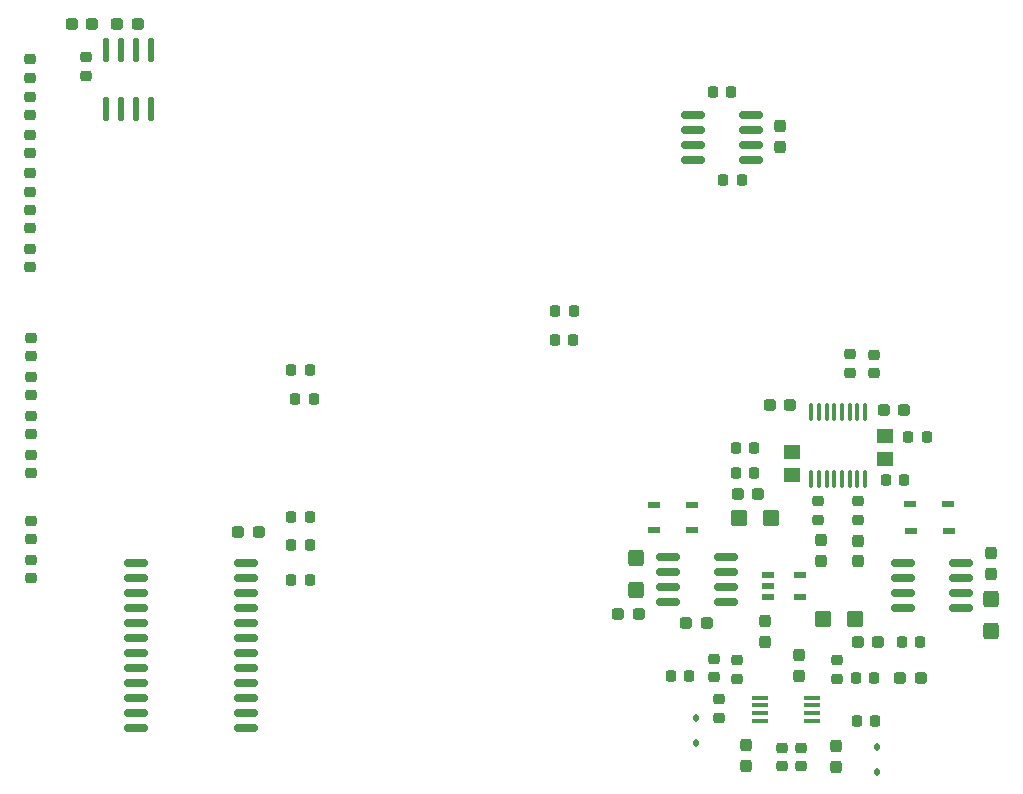
<source format=gbr>
%TF.GenerationSoftware,KiCad,Pcbnew,7.0.6*%
%TF.CreationDate,2024-01-09T11:46:40-08:00*%
%TF.ProjectId,microcontroller_board,6d696372-6f63-46f6-9e74-726f6c6c6572,rev?*%
%TF.SameCoordinates,Original*%
%TF.FileFunction,Paste,Top*%
%TF.FilePolarity,Positive*%
%FSLAX46Y46*%
G04 Gerber Fmt 4.6, Leading zero omitted, Abs format (unit mm)*
G04 Created by KiCad (PCBNEW 7.0.6) date 2024-01-09 11:46:40*
%MOMM*%
%LPD*%
G01*
G04 APERTURE LIST*
G04 Aperture macros list*
%AMRoundRect*
0 Rectangle with rounded corners*
0 $1 Rounding radius*
0 $2 $3 $4 $5 $6 $7 $8 $9 X,Y pos of 4 corners*
0 Add a 4 corners polygon primitive as box body*
4,1,4,$2,$3,$4,$5,$6,$7,$8,$9,$2,$3,0*
0 Add four circle primitives for the rounded corners*
1,1,$1+$1,$2,$3*
1,1,$1+$1,$4,$5*
1,1,$1+$1,$6,$7*
1,1,$1+$1,$8,$9*
0 Add four rect primitives between the rounded corners*
20,1,$1+$1,$2,$3,$4,$5,0*
20,1,$1+$1,$4,$5,$6,$7,0*
20,1,$1+$1,$6,$7,$8,$9,0*
20,1,$1+$1,$8,$9,$2,$3,0*%
G04 Aperture macros list end*
%ADD10RoundRect,0.237500X-0.287500X-0.237500X0.287500X-0.237500X0.287500X0.237500X-0.287500X0.237500X0*%
%ADD11RoundRect,0.218750X-0.218750X-0.256250X0.218750X-0.256250X0.218750X0.256250X-0.218750X0.256250X0*%
%ADD12RoundRect,0.218750X-0.256250X0.218750X-0.256250X-0.218750X0.256250X-0.218750X0.256250X0.218750X0*%
%ADD13RoundRect,0.218750X0.218750X0.256250X-0.218750X0.256250X-0.218750X-0.256250X0.218750X-0.256250X0*%
%ADD14RoundRect,0.250000X-0.425000X0.450000X-0.425000X-0.450000X0.425000X-0.450000X0.425000X0.450000X0*%
%ADD15RoundRect,0.218750X0.256250X-0.218750X0.256250X0.218750X-0.256250X0.218750X-0.256250X-0.218750X0*%
%ADD16RoundRect,0.150000X-0.825000X-0.150000X0.825000X-0.150000X0.825000X0.150000X-0.825000X0.150000X0*%
%ADD17RoundRect,0.237500X0.237500X-0.287500X0.237500X0.287500X-0.237500X0.287500X-0.237500X-0.287500X0*%
%ADD18RoundRect,0.150000X0.825000X0.150000X-0.825000X0.150000X-0.825000X-0.150000X0.825000X-0.150000X0*%
%ADD19R,1.400000X1.295000*%
%ADD20RoundRect,0.250000X-0.450000X-0.425000X0.450000X-0.425000X0.450000X0.425000X-0.450000X0.425000X0*%
%ADD21RoundRect,0.237500X-0.237500X0.287500X-0.237500X-0.287500X0.237500X-0.287500X0.237500X0.287500X0*%
%ADD22RoundRect,0.112500X-0.112500X0.187500X-0.112500X-0.187500X0.112500X-0.187500X0.112500X0.187500X0*%
%ADD23R,1.060000X0.540000*%
%ADD24RoundRect,0.132500X-0.132500X0.857500X-0.132500X-0.857500X0.132500X-0.857500X0.132500X0.857500X0*%
%ADD25R,1.450000X0.450000*%
%ADD26RoundRect,0.237500X0.287500X0.237500X-0.287500X0.237500X-0.287500X-0.237500X0.287500X-0.237500X0*%
%ADD27RoundRect,0.100000X0.100000X-0.637500X0.100000X0.637500X-0.100000X0.637500X-0.100000X-0.637500X0*%
%ADD28RoundRect,0.150000X-0.875000X-0.150000X0.875000X-0.150000X0.875000X0.150000X-0.875000X0.150000X0*%
%ADD29RoundRect,0.250000X0.450000X0.425000X-0.450000X0.425000X-0.450000X-0.425000X0.450000X-0.425000X0*%
%ADD30R,1.100000X0.600000*%
%ADD31RoundRect,0.250000X0.425000X-0.450000X0.425000X0.450000X-0.425000X0.450000X-0.425000X-0.450000X0*%
G04 APERTURE END LIST*
D10*
%TO.C,C5*%
X179600700Y-117456200D03*
X181350700Y-117456200D03*
%TD*%
D11*
%TO.C,R16*%
X150370000Y-86410000D03*
X151945000Y-86410000D03*
%TD*%
D12*
%TO.C,R29*%
X175337800Y-90074800D03*
X175337800Y-91649800D03*
%TD*%
D10*
%TO.C,C13*%
X165812800Y-101911400D03*
X167562800Y-101911400D03*
%TD*%
D13*
%TO.C,R27*%
X179909800Y-100743000D03*
X178334800Y-100743000D03*
%TD*%
D12*
%TO.C,JP3*%
X164249400Y-119284900D03*
X164249400Y-120859900D03*
%TD*%
D14*
%TO.C,C18*%
X187233000Y-110814600D03*
X187233000Y-113514600D03*
%TD*%
D10*
%TO.C,C10*%
X178171200Y-94799400D03*
X179921200Y-94799400D03*
%TD*%
D15*
%TO.C,R6*%
X105897200Y-82702900D03*
X105897200Y-81127900D03*
%TD*%
D12*
%TO.C,R18*%
X163830000Y-115862500D03*
X163830000Y-117437500D03*
%TD*%
D15*
%TO.C,R31*%
X110650000Y-66487500D03*
X110650000Y-64912500D03*
%TD*%
D16*
%TO.C,U5*%
X179805000Y-107745000D03*
X179805000Y-109015000D03*
X179805000Y-110285000D03*
X179805000Y-111555000D03*
X184755000Y-111555000D03*
X184755000Y-110285000D03*
X184755000Y-109015000D03*
X184755000Y-107745000D03*
%TD*%
D12*
%TO.C,R3*%
X105897200Y-71475900D03*
X105897200Y-73050900D03*
%TD*%
D17*
%TO.C,C20*%
X168135600Y-114419600D03*
X168135600Y-112669600D03*
%TD*%
D15*
%TO.C,R10*%
X105950000Y-100141500D03*
X105950000Y-98566500D03*
%TD*%
D11*
%TO.C,JP4*%
X175892500Y-121150000D03*
X177467500Y-121150000D03*
%TD*%
D10*
%TO.C,C4*%
X161455000Y-112800000D03*
X163205000Y-112800000D03*
%TD*%
D13*
%TO.C,R30*%
X129587500Y-106250000D03*
X128012500Y-106250000D03*
%TD*%
D18*
%TO.C,U4*%
X164855000Y-111080000D03*
X164855000Y-109810000D03*
X164855000Y-108540000D03*
X164855000Y-107270000D03*
X159905000Y-107270000D03*
X159905000Y-108540000D03*
X159905000Y-109810000D03*
X159905000Y-111080000D03*
%TD*%
D19*
%TO.C,C9*%
X178284200Y-98916500D03*
X178284200Y-96981500D03*
%TD*%
D17*
%TO.C,C16*%
X187283800Y-108645400D03*
X187283800Y-106895400D03*
%TD*%
%TO.C,C3*%
X171005800Y-117315200D03*
X171005800Y-115565200D03*
%TD*%
D15*
%TO.C,R2*%
X105897200Y-69825000D03*
X105897200Y-68250000D03*
%TD*%
D11*
%TO.C,R35*%
X164587500Y-75355000D03*
X166162500Y-75355000D03*
%TD*%
D20*
%TO.C,C19*%
X173008600Y-112452400D03*
X175708600Y-112452400D03*
%TD*%
D15*
%TO.C,JP1*%
X165755000Y-117562500D03*
X165755000Y-115987500D03*
%TD*%
D21*
%TO.C,C7*%
X175984200Y-105862400D03*
X175984200Y-107612400D03*
%TD*%
D22*
%TO.C,D1*%
X162268200Y-120876600D03*
X162268200Y-122976600D03*
%TD*%
D12*
%TO.C,R9*%
X105950000Y-95264500D03*
X105950000Y-96839500D03*
%TD*%
D11*
%TO.C,R26*%
X165646300Y-100082600D03*
X167221300Y-100082600D03*
%TD*%
D16*
%TO.C,U9*%
X162025000Y-69775000D03*
X162025000Y-71045000D03*
X162025000Y-72315000D03*
X162025000Y-73585000D03*
X166975000Y-73585000D03*
X166975000Y-72315000D03*
X166975000Y-71045000D03*
X166975000Y-69775000D03*
%TD*%
D13*
%TO.C,R12*%
X129912500Y-93850000D03*
X128337500Y-93850000D03*
%TD*%
D17*
%TO.C,CFilt2*%
X174180800Y-124986000D03*
X174180800Y-123236000D03*
%TD*%
D15*
%TO.C,JP2*%
X174230000Y-117562500D03*
X174230000Y-115987500D03*
%TD*%
%TO.C,R14*%
X105950000Y-109031500D03*
X105950000Y-107456500D03*
%TD*%
D12*
%TO.C,R23*%
X175984200Y-102495500D03*
X175984200Y-104070500D03*
%TD*%
%TO.C,R1*%
X105897200Y-65100400D03*
X105897200Y-66675400D03*
%TD*%
D19*
%TO.C,C8*%
X170410800Y-100288100D03*
X170410800Y-98353100D03*
%TD*%
D21*
%TO.C,CFilt1*%
X166484600Y-123159800D03*
X166484600Y-124909800D03*
%TD*%
D11*
%TO.C,R34*%
X163692100Y-67892400D03*
X165267100Y-67892400D03*
%TD*%
D23*
%TO.C,D5*%
X158702400Y-102800400D03*
X161922400Y-102800400D03*
%TD*%
D15*
%TO.C,R4*%
X105897200Y-76322900D03*
X105897200Y-74747900D03*
%TD*%
D24*
%TO.C,U2*%
X116155000Y-64335000D03*
X114885000Y-64335000D03*
X113615000Y-64335000D03*
X112345000Y-64335000D03*
X112345000Y-69265000D03*
X113615000Y-69265000D03*
X114885000Y-69265000D03*
X116155000Y-69265000D03*
%TD*%
D12*
%TO.C,R7*%
X105950000Y-88660500D03*
X105950000Y-90235500D03*
%TD*%
D11*
%TO.C,R19*%
X160134500Y-117303800D03*
X161709500Y-117303800D03*
%TD*%
D15*
%TO.C,RFilt1*%
X169532600Y-124949300D03*
X169532600Y-123374300D03*
%TD*%
%TO.C,RFilt2*%
X171209000Y-124949300D03*
X171209000Y-123374300D03*
%TD*%
D25*
%TO.C,U3*%
X167698000Y-119148200D03*
X167698000Y-119798200D03*
X167698000Y-120448200D03*
X167698000Y-121098200D03*
X172098000Y-121098200D03*
X172098000Y-120448200D03*
X172098000Y-119798200D03*
X172098000Y-119148200D03*
%TD*%
D12*
%TO.C,R22*%
X172656800Y-102520900D03*
X172656800Y-104095900D03*
%TD*%
D26*
%TO.C,C1*%
X115005200Y-62133000D03*
X113255200Y-62133000D03*
%TD*%
%TO.C,C21*%
X125275000Y-105125000D03*
X123525000Y-105125000D03*
%TD*%
%TO.C,C2*%
X111171000Y-62107600D03*
X109421000Y-62107600D03*
%TD*%
D13*
%TO.C,R24*%
X167221300Y-97999800D03*
X165646300Y-97999800D03*
%TD*%
D27*
%TO.C,U6*%
X172046800Y-100659100D03*
X172696800Y-100659100D03*
X173346800Y-100659100D03*
X173996800Y-100659100D03*
X174646800Y-100659100D03*
X175296800Y-100659100D03*
X175946800Y-100659100D03*
X176596800Y-100659100D03*
X176596800Y-94934100D03*
X175946800Y-94934100D03*
X175296800Y-94934100D03*
X174646800Y-94934100D03*
X173996800Y-94934100D03*
X173346800Y-94934100D03*
X172696800Y-94934100D03*
X172046800Y-94934100D03*
%TD*%
D13*
%TO.C,R15*%
X129587500Y-103886800D03*
X128012500Y-103886800D03*
%TD*%
D17*
%TO.C,C23*%
X169375000Y-72505000D03*
X169375000Y-70755000D03*
%TD*%
D13*
%TO.C,R33*%
X129587500Y-109150000D03*
X128012500Y-109150000D03*
%TD*%
%TO.C,R25*%
X181814900Y-97085400D03*
X180239900Y-97085400D03*
%TD*%
D28*
%TO.C,U10*%
X114875000Y-107765000D03*
X114875000Y-109035000D03*
X114875000Y-110305000D03*
X114875000Y-111575000D03*
X114875000Y-112845000D03*
X114875000Y-114115000D03*
X114875000Y-115385000D03*
X114875000Y-116655000D03*
X114875000Y-117925000D03*
X114875000Y-119195000D03*
X114875000Y-120465000D03*
X114875000Y-121735000D03*
X124175000Y-121735000D03*
X124175000Y-120465000D03*
X124175000Y-119195000D03*
X124175000Y-117925000D03*
X124175000Y-116655000D03*
X124175000Y-115385000D03*
X124175000Y-114115000D03*
X124175000Y-112845000D03*
X124175000Y-111575000D03*
X124175000Y-110305000D03*
X124175000Y-109035000D03*
X124175000Y-107765000D03*
%TD*%
D26*
%TO.C,C17*%
X177722800Y-114459000D03*
X175972800Y-114459000D03*
%TD*%
D11*
%TO.C,R17*%
X150325000Y-88900000D03*
X151900000Y-88900000D03*
%TD*%
D23*
%TO.C,D3*%
X183655000Y-102775000D03*
X180435000Y-102775000D03*
%TD*%
D29*
%TO.C,C15*%
X168661400Y-103892600D03*
X165961400Y-103892600D03*
%TD*%
D13*
%TO.C,R11*%
X129587500Y-91440800D03*
X128012500Y-91440800D03*
%TD*%
D26*
%TO.C,C12*%
X157430000Y-112025000D03*
X155680000Y-112025000D03*
%TD*%
D30*
%TO.C,U7*%
X168385800Y-108723600D03*
X168385800Y-109673600D03*
X168385800Y-110623600D03*
X171085800Y-110623600D03*
X171085800Y-108723600D03*
%TD*%
D31*
%TO.C,C14*%
X157205000Y-110000000D03*
X157205000Y-107300000D03*
%TD*%
D10*
%TO.C,C11*%
X168535800Y-94345000D03*
X170285800Y-94345000D03*
%TD*%
D22*
%TO.C,D2*%
X177580000Y-123300000D03*
X177580000Y-125400000D03*
%TD*%
D13*
%TO.C,R20*%
X177391100Y-117481600D03*
X175816100Y-117481600D03*
%TD*%
D12*
%TO.C,R28*%
X177319000Y-90100300D03*
X177319000Y-91675300D03*
%TD*%
D13*
%TO.C,R21*%
X181292900Y-114433600D03*
X179717900Y-114433600D03*
%TD*%
D21*
%TO.C,C6*%
X172834600Y-105811600D03*
X172834600Y-107561600D03*
%TD*%
D23*
%TO.C,D6*%
X161947800Y-104984800D03*
X158727800Y-104984800D03*
%TD*%
%TO.C,D4*%
X180470200Y-105035600D03*
X183690200Y-105035600D03*
%TD*%
D12*
%TO.C,R13*%
X105950000Y-104154500D03*
X105950000Y-105729500D03*
%TD*%
D15*
%TO.C,R8*%
X105950000Y-93537500D03*
X105950000Y-91962500D03*
%TD*%
D12*
%TO.C,R5*%
X105897200Y-77825900D03*
X105897200Y-79400900D03*
%TD*%
M02*

</source>
